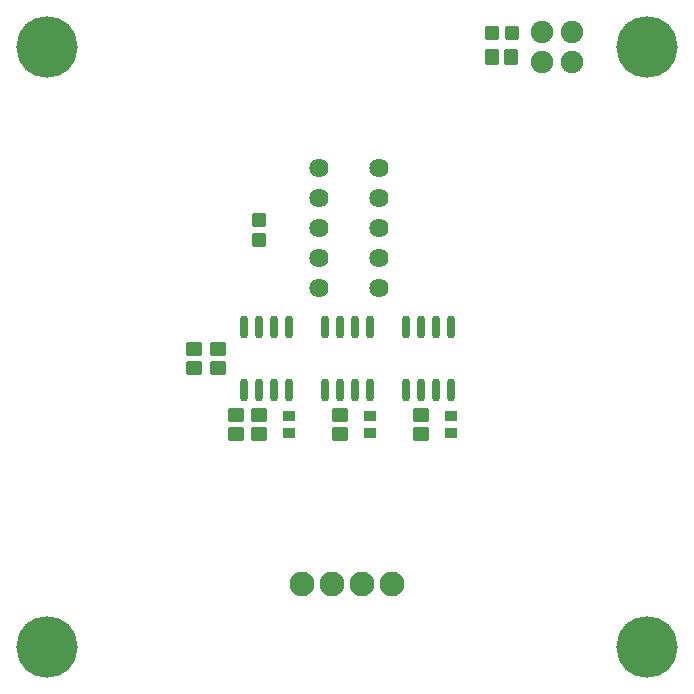
<source format=gts>
G04 Layer: TopSolderMaskLayer*
G04 Panelize: , Column: 2, Row: 2, Board Size: 58.42mm x 58.42mm, Panelized Board Size: 118.84mm x 118.84mm*
G04 EasyEDA v6.5.34, 2023-09-07 21:37:19*
G04 37d5d949b0044b0a9540a43f37a93ca3,5a6b42c53f6a479593ecc07194224c93,10*
G04 Gerber Generator version 0.2*
G04 Scale: 100 percent, Rotated: No, Reflected: No *
G04 Dimensions in millimeters *
G04 leading zeros omitted , absolute positions ,4 integer and 5 decimal *
%FSLAX45Y45*%
%MOMM*%

%AMMACRO1*1,1,$1,$2,$3*1,1,$1,$4,$5*1,1,$1,0-$2,0-$3*1,1,$1,0-$4,0-$5*20,1,$1,$2,$3,$4,$5,0*20,1,$1,$4,$5,0-$2,0-$3,0*20,1,$1,0-$2,0-$3,0-$4,0-$5,0*20,1,$1,0-$4,0-$5,$2,$3,0*4,1,4,$2,$3,$4,$5,0-$2,0-$3,0-$4,0-$5,$2,$3,0*%
%ADD10O,0.7315962X1.9665949999999999*%
%ADD11C,1.6256*%
%ADD12MACRO1,0.2032X0.5X-0.55X-0.5X-0.55*%
%ADD13MACRO1,0.2032X-0.45X-0.5X-0.45X0.5*%
%ADD14MACRO1,0.1016X0.45X0.4X0.45X-0.4*%
%ADD15MACRO1,0.2032X0.5X-0.45X-0.5X-0.45*%
%ADD16MACRO1,0.2032X0.55X0.5X0.55X-0.5*%
%ADD17C,5.2032*%
%ADD18C,2.1016*%
%ADD19C,1.9016*%

%LPD*%
D10*
G01*
X3797300Y3087649D03*
G01*
X3670300Y3087649D03*
G01*
X3543300Y3087649D03*
G01*
X3416300Y3087649D03*
G01*
X3797300Y2551150D03*
G01*
X3670300Y2551150D03*
G01*
X3543300Y2551150D03*
G01*
X3416300Y2551150D03*
G01*
X3111500Y3087649D03*
G01*
X2984500Y3087649D03*
G01*
X2857500Y3087649D03*
G01*
X2730500Y3087649D03*
G01*
X3111500Y2551150D03*
G01*
X2984500Y2551150D03*
G01*
X2857500Y2551150D03*
G01*
X2730500Y2551150D03*
G01*
X2425700Y3087649D03*
G01*
X2298700Y3087649D03*
G01*
X2171700Y3087649D03*
G01*
X2044700Y3087649D03*
G01*
X2425700Y2551150D03*
G01*
X2298700Y2551150D03*
G01*
X2171700Y2551150D03*
G01*
X2044700Y2551150D03*
D11*
G01*
X2679700Y4432300D03*
G01*
X2679700Y4178300D03*
G01*
X2679700Y3924300D03*
G01*
X2679700Y3670300D03*
G01*
X2679700Y3416300D03*
G01*
X3187700Y3416300D03*
G01*
X3187700Y3670300D03*
G01*
X3187700Y3924300D03*
G01*
X3187700Y4178300D03*
G01*
X3187700Y4432300D03*
D12*
G01*
X4149092Y5372100D03*
G01*
X4309097Y5372100D03*
D13*
G01*
X4144091Y5575292D03*
G01*
X4314090Y5575292D03*
D14*
G01*
X3111502Y2190600D03*
G01*
X3111502Y2330599D03*
G01*
X2425702Y2190600D03*
G01*
X2425702Y2330599D03*
D15*
G01*
X2171707Y3826586D03*
G01*
X2171707Y3996585D03*
D16*
G01*
X3543300Y2180587D03*
G01*
X3543300Y2340592D03*
G01*
X2857502Y2180587D03*
G01*
X2857502Y2340592D03*
G01*
X2171702Y2180587D03*
G01*
X2171702Y2340592D03*
G01*
X1828797Y2739382D03*
G01*
X1828797Y2899387D03*
G01*
X1981194Y2180582D03*
G01*
X1981194Y2340587D03*
G01*
X1625597Y2739382D03*
G01*
X1625597Y2899387D03*
D14*
G01*
X3797300Y2190600D03*
G01*
X3797300Y2330599D03*
D17*
G01*
X381000Y5461000D03*
G01*
X5461000Y5461000D03*
G01*
X5461000Y381000D03*
G01*
X381000Y381000D03*
D18*
G01*
X3048000Y914400D03*
G01*
X2794000Y914400D03*
G01*
X2540000Y914400D03*
G01*
X3302000Y914400D03*
D19*
G01*
X4826000Y5588000D03*
G01*
X4826000Y5334000D03*
G01*
X4572000Y5334000D03*
G01*
X4572000Y5588000D03*
M02*

</source>
